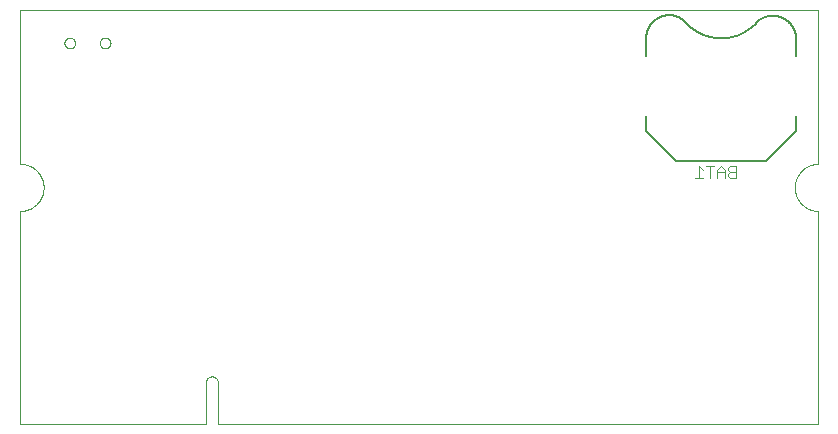
<source format=gbo>
G75*
%MOIN*%
%OFA0B0*%
%FSLAX25Y25*%
%IPPOS*%
%LPD*%
%AMOC8*
5,1,8,0,0,1.08239X$1,22.5*
%
%ADD10C,0.00800*%
%ADD11C,0.00300*%
%ADD12C,0.00000*%
D10*
X0213750Y0102500D02*
X0213750Y0107500D01*
X0213750Y0102500D02*
X0223750Y0092500D01*
X0253750Y0092500D01*
X0263750Y0102500D01*
X0263750Y0107500D01*
X0263750Y0127500D02*
X0263750Y0133500D01*
X0263751Y0133500D02*
X0263739Y0133693D01*
X0263723Y0133885D01*
X0263703Y0134076D01*
X0263677Y0134267D01*
X0263647Y0134458D01*
X0263612Y0134647D01*
X0263573Y0134836D01*
X0263529Y0135024D01*
X0263481Y0135210D01*
X0263428Y0135395D01*
X0263370Y0135579D01*
X0263308Y0135762D01*
X0263241Y0135943D01*
X0263171Y0136122D01*
X0263095Y0136299D01*
X0263016Y0136475D01*
X0262932Y0136648D01*
X0262844Y0136820D01*
X0262752Y0136989D01*
X0262655Y0137156D01*
X0262555Y0137320D01*
X0262450Y0137482D01*
X0262342Y0137641D01*
X0262230Y0137798D01*
X0262114Y0137952D01*
X0261994Y0138103D01*
X0261871Y0138251D01*
X0261744Y0138396D01*
X0261613Y0138538D01*
X0261479Y0138676D01*
X0261342Y0138811D01*
X0261201Y0138943D01*
X0261058Y0139072D01*
X0260911Y0139196D01*
X0260761Y0139318D01*
X0260608Y0139435D01*
X0260453Y0139549D01*
X0260294Y0139659D01*
X0260133Y0139765D01*
X0259970Y0139867D01*
X0259804Y0139965D01*
X0259636Y0140058D01*
X0259465Y0140148D01*
X0259292Y0140234D01*
X0259118Y0140315D01*
X0258941Y0140392D01*
X0258762Y0140464D01*
X0258582Y0140533D01*
X0258400Y0140596D01*
X0258217Y0140656D01*
X0258032Y0140711D01*
X0257846Y0140761D01*
X0257659Y0140807D01*
X0257471Y0140848D01*
X0257282Y0140884D01*
X0257091Y0140916D01*
X0256901Y0140943D01*
X0256709Y0140966D01*
X0256517Y0140984D01*
X0256325Y0140997D01*
X0256133Y0141005D01*
X0255940Y0141009D01*
X0255747Y0141008D01*
X0255555Y0141002D01*
X0255362Y0140992D01*
X0255170Y0140976D01*
X0254978Y0140957D01*
X0254787Y0140932D01*
X0254597Y0140903D01*
X0254407Y0140869D01*
X0254218Y0140831D01*
X0254031Y0140788D01*
X0253844Y0140740D01*
X0253658Y0140688D01*
X0253474Y0140631D01*
X0253291Y0140570D01*
X0253110Y0140504D01*
X0252931Y0140434D01*
X0252753Y0140359D01*
X0252577Y0140281D01*
X0252403Y0140197D01*
X0252232Y0140110D01*
X0252062Y0140019D01*
X0251895Y0139923D01*
X0251730Y0139823D01*
X0251567Y0139720D01*
X0251407Y0139612D01*
X0251250Y0139500D01*
X0251001Y0139197D01*
X0250744Y0138899D01*
X0250480Y0138608D01*
X0250209Y0138324D01*
X0249931Y0138046D01*
X0249646Y0137776D01*
X0249355Y0137512D01*
X0249057Y0137256D01*
X0248753Y0137007D01*
X0248443Y0136765D01*
X0248128Y0136531D01*
X0247806Y0136305D01*
X0247480Y0136087D01*
X0247148Y0135877D01*
X0246811Y0135675D01*
X0246469Y0135482D01*
X0246122Y0135297D01*
X0245771Y0135120D01*
X0245416Y0134953D01*
X0245057Y0134794D01*
X0244694Y0134643D01*
X0244327Y0134502D01*
X0243957Y0134370D01*
X0243584Y0134247D01*
X0243208Y0134133D01*
X0242830Y0134028D01*
X0242449Y0133933D01*
X0242065Y0133847D01*
X0241680Y0133770D01*
X0241293Y0133703D01*
X0240904Y0133645D01*
X0240514Y0133597D01*
X0240123Y0133559D01*
X0239732Y0133530D01*
X0239339Y0133511D01*
X0238946Y0133501D01*
X0238554Y0133501D01*
X0238161Y0133511D01*
X0237768Y0133530D01*
X0237377Y0133559D01*
X0236986Y0133597D01*
X0236596Y0133645D01*
X0236207Y0133703D01*
X0235820Y0133770D01*
X0235435Y0133847D01*
X0235051Y0133933D01*
X0234670Y0134028D01*
X0234292Y0134133D01*
X0233916Y0134247D01*
X0233543Y0134370D01*
X0233173Y0134502D01*
X0232806Y0134643D01*
X0232443Y0134794D01*
X0232084Y0134953D01*
X0231729Y0135120D01*
X0231378Y0135297D01*
X0231031Y0135482D01*
X0230689Y0135675D01*
X0230352Y0135877D01*
X0230020Y0136087D01*
X0229694Y0136305D01*
X0229372Y0136531D01*
X0229057Y0136765D01*
X0228747Y0137007D01*
X0228443Y0137256D01*
X0228145Y0137512D01*
X0227854Y0137776D01*
X0227569Y0138046D01*
X0227291Y0138324D01*
X0227020Y0138608D01*
X0226756Y0138899D01*
X0226499Y0139197D01*
X0226250Y0139500D01*
X0226102Y0139616D01*
X0225951Y0139728D01*
X0225798Y0139836D01*
X0225642Y0139941D01*
X0225483Y0140042D01*
X0225322Y0140138D01*
X0225159Y0140231D01*
X0224994Y0140320D01*
X0224826Y0140405D01*
X0224657Y0140486D01*
X0224485Y0140562D01*
X0224312Y0140635D01*
X0224137Y0140703D01*
X0223960Y0140767D01*
X0223782Y0140826D01*
X0223602Y0140881D01*
X0223422Y0140932D01*
X0223239Y0140978D01*
X0223056Y0141020D01*
X0222872Y0141057D01*
X0222687Y0141090D01*
X0222502Y0141118D01*
X0222315Y0141142D01*
X0222129Y0141161D01*
X0221941Y0141176D01*
X0221754Y0141186D01*
X0221566Y0141191D01*
X0221378Y0141192D01*
X0221190Y0141188D01*
X0221003Y0141180D01*
X0220815Y0141167D01*
X0220628Y0141149D01*
X0220442Y0141127D01*
X0220256Y0141101D01*
X0220071Y0141069D01*
X0219886Y0141034D01*
X0219703Y0140994D01*
X0219520Y0140949D01*
X0219339Y0140900D01*
X0219159Y0140846D01*
X0218980Y0140789D01*
X0218803Y0140726D01*
X0218628Y0140660D01*
X0218454Y0140589D01*
X0218281Y0140514D01*
X0218111Y0140435D01*
X0217943Y0140352D01*
X0217777Y0140264D01*
X0217613Y0140173D01*
X0217451Y0140077D01*
X0217291Y0139978D01*
X0217135Y0139875D01*
X0216980Y0139768D01*
X0216829Y0139657D01*
X0216680Y0139542D01*
X0216534Y0139424D01*
X0216390Y0139303D01*
X0216250Y0139178D01*
X0216113Y0139049D01*
X0215979Y0138918D01*
X0215849Y0138783D01*
X0215721Y0138645D01*
X0215598Y0138503D01*
X0215477Y0138359D01*
X0215360Y0138212D01*
X0215247Y0138062D01*
X0215138Y0137910D01*
X0215032Y0137755D01*
X0214930Y0137597D01*
X0214832Y0137437D01*
X0214738Y0137274D01*
X0214648Y0137109D01*
X0214562Y0136942D01*
X0214480Y0136773D01*
X0214402Y0136602D01*
X0214328Y0136430D01*
X0214259Y0136255D01*
X0214194Y0136079D01*
X0214133Y0135901D01*
X0214077Y0135722D01*
X0214025Y0135541D01*
X0213977Y0135360D01*
X0213934Y0135177D01*
X0213896Y0134993D01*
X0213861Y0134808D01*
X0213832Y0134623D01*
X0213807Y0134437D01*
X0213786Y0134250D01*
X0213770Y0134063D01*
X0213759Y0133876D01*
X0213752Y0133688D01*
X0213750Y0133500D01*
X0213750Y0127500D01*
D11*
X0231316Y0090728D02*
X0231316Y0087025D01*
X0230082Y0087025D02*
X0232551Y0087025D01*
X0234999Y0087025D02*
X0234999Y0090728D01*
X0233765Y0090728D02*
X0236234Y0090728D01*
X0237448Y0089494D02*
X0237448Y0087025D01*
X0237448Y0088877D02*
X0239917Y0088877D01*
X0239917Y0089494D02*
X0238682Y0090728D01*
X0237448Y0089494D01*
X0239917Y0089494D02*
X0239917Y0087025D01*
X0241131Y0087642D02*
X0241748Y0087025D01*
X0243600Y0087025D01*
X0243600Y0090728D01*
X0241748Y0090728D01*
X0241131Y0090111D01*
X0241131Y0089494D01*
X0241748Y0088877D01*
X0243600Y0088877D01*
X0241748Y0088877D02*
X0241131Y0088259D01*
X0241131Y0087642D01*
X0232551Y0089494D02*
X0231316Y0090728D01*
D12*
X0005000Y0075866D02*
X0005000Y0005000D01*
X0067008Y0005000D01*
X0067008Y0018780D01*
X0067007Y0018780D02*
X0067009Y0018867D01*
X0067015Y0018954D01*
X0067024Y0019041D01*
X0067038Y0019127D01*
X0067055Y0019212D01*
X0067076Y0019297D01*
X0067101Y0019380D01*
X0067129Y0019463D01*
X0067161Y0019544D01*
X0067197Y0019623D01*
X0067236Y0019701D01*
X0067278Y0019777D01*
X0067324Y0019851D01*
X0067373Y0019923D01*
X0067425Y0019993D01*
X0067480Y0020060D01*
X0067538Y0020125D01*
X0067599Y0020188D01*
X0067663Y0020247D01*
X0067729Y0020304D01*
X0067798Y0020357D01*
X0067869Y0020408D01*
X0067942Y0020455D01*
X0068017Y0020500D01*
X0068094Y0020540D01*
X0068172Y0020578D01*
X0068253Y0020611D01*
X0068334Y0020642D01*
X0068417Y0020668D01*
X0068502Y0020691D01*
X0068587Y0020710D01*
X0068672Y0020725D01*
X0068759Y0020737D01*
X0068845Y0020745D01*
X0068932Y0020749D01*
X0069020Y0020749D01*
X0069107Y0020745D01*
X0069193Y0020737D01*
X0069280Y0020725D01*
X0069365Y0020710D01*
X0069450Y0020691D01*
X0069535Y0020668D01*
X0069618Y0020642D01*
X0069699Y0020611D01*
X0069780Y0020578D01*
X0069858Y0020540D01*
X0069935Y0020500D01*
X0070010Y0020455D01*
X0070083Y0020408D01*
X0070154Y0020357D01*
X0070223Y0020304D01*
X0070289Y0020247D01*
X0070353Y0020188D01*
X0070414Y0020125D01*
X0070472Y0020060D01*
X0070527Y0019993D01*
X0070579Y0019923D01*
X0070628Y0019851D01*
X0070674Y0019777D01*
X0070716Y0019701D01*
X0070755Y0019623D01*
X0070791Y0019544D01*
X0070823Y0019463D01*
X0070851Y0019380D01*
X0070876Y0019297D01*
X0070897Y0019212D01*
X0070914Y0019127D01*
X0070928Y0019041D01*
X0070937Y0018954D01*
X0070943Y0018867D01*
X0070945Y0018780D01*
X0070945Y0005000D01*
X0271142Y0005000D01*
X0271142Y0075866D01*
X0270950Y0075868D01*
X0270759Y0075875D01*
X0270567Y0075887D01*
X0270376Y0075903D01*
X0270186Y0075924D01*
X0269996Y0075950D01*
X0269806Y0075980D01*
X0269618Y0076015D01*
X0269430Y0076054D01*
X0269243Y0076098D01*
X0269058Y0076147D01*
X0268874Y0076200D01*
X0268691Y0076257D01*
X0268509Y0076319D01*
X0268329Y0076386D01*
X0268151Y0076456D01*
X0267974Y0076531D01*
X0267800Y0076611D01*
X0267627Y0076694D01*
X0267457Y0076782D01*
X0267288Y0076873D01*
X0267122Y0076969D01*
X0266959Y0077069D01*
X0266797Y0077173D01*
X0266639Y0077281D01*
X0266483Y0077392D01*
X0266330Y0077508D01*
X0266179Y0077627D01*
X0266032Y0077749D01*
X0265888Y0077876D01*
X0265746Y0078005D01*
X0265608Y0078138D01*
X0265473Y0078275D01*
X0265342Y0078415D01*
X0265214Y0078557D01*
X0265090Y0078703D01*
X0264969Y0078852D01*
X0264852Y0079004D01*
X0264738Y0079158D01*
X0264628Y0079316D01*
X0264523Y0079476D01*
X0264421Y0079638D01*
X0264323Y0079803D01*
X0264229Y0079970D01*
X0264139Y0080140D01*
X0264054Y0080311D01*
X0263972Y0080485D01*
X0263895Y0080660D01*
X0263822Y0080838D01*
X0263754Y0081017D01*
X0263690Y0081198D01*
X0263630Y0081380D01*
X0263575Y0081563D01*
X0263524Y0081748D01*
X0263478Y0081934D01*
X0263436Y0082122D01*
X0263399Y0082310D01*
X0263366Y0082499D01*
X0263339Y0082688D01*
X0263315Y0082879D01*
X0263297Y0083070D01*
X0263283Y0083261D01*
X0263273Y0083452D01*
X0263269Y0083644D01*
X0263269Y0083836D01*
X0263273Y0084028D01*
X0263283Y0084219D01*
X0263297Y0084410D01*
X0263315Y0084601D01*
X0263339Y0084792D01*
X0263366Y0084981D01*
X0263399Y0085170D01*
X0263436Y0085358D01*
X0263478Y0085546D01*
X0263524Y0085732D01*
X0263575Y0085917D01*
X0263630Y0086100D01*
X0263690Y0086282D01*
X0263754Y0086463D01*
X0263822Y0086642D01*
X0263895Y0086820D01*
X0263972Y0086995D01*
X0264054Y0087169D01*
X0264139Y0087340D01*
X0264229Y0087510D01*
X0264323Y0087677D01*
X0264421Y0087842D01*
X0264523Y0088004D01*
X0264628Y0088164D01*
X0264738Y0088322D01*
X0264852Y0088476D01*
X0264969Y0088628D01*
X0265090Y0088777D01*
X0265214Y0088923D01*
X0265342Y0089065D01*
X0265473Y0089205D01*
X0265608Y0089342D01*
X0265746Y0089475D01*
X0265888Y0089604D01*
X0266032Y0089731D01*
X0266179Y0089853D01*
X0266330Y0089972D01*
X0266483Y0090088D01*
X0266639Y0090199D01*
X0266797Y0090307D01*
X0266959Y0090411D01*
X0267122Y0090511D01*
X0267288Y0090607D01*
X0267457Y0090698D01*
X0267627Y0090786D01*
X0267800Y0090869D01*
X0267974Y0090949D01*
X0268151Y0091024D01*
X0268329Y0091094D01*
X0268509Y0091161D01*
X0268691Y0091223D01*
X0268874Y0091280D01*
X0269058Y0091333D01*
X0269243Y0091382D01*
X0269430Y0091426D01*
X0269618Y0091465D01*
X0269806Y0091500D01*
X0269996Y0091530D01*
X0270186Y0091556D01*
X0270376Y0091577D01*
X0270567Y0091593D01*
X0270759Y0091605D01*
X0270950Y0091612D01*
X0271142Y0091614D01*
X0271142Y0142795D01*
X0005000Y0142795D01*
X0005000Y0091614D01*
X0005192Y0091612D01*
X0005383Y0091605D01*
X0005575Y0091593D01*
X0005766Y0091577D01*
X0005956Y0091556D01*
X0006146Y0091530D01*
X0006336Y0091500D01*
X0006524Y0091465D01*
X0006712Y0091426D01*
X0006899Y0091382D01*
X0007084Y0091333D01*
X0007268Y0091280D01*
X0007451Y0091223D01*
X0007633Y0091161D01*
X0007813Y0091094D01*
X0007991Y0091024D01*
X0008168Y0090949D01*
X0008342Y0090869D01*
X0008515Y0090786D01*
X0008685Y0090698D01*
X0008854Y0090607D01*
X0009020Y0090511D01*
X0009183Y0090411D01*
X0009345Y0090307D01*
X0009503Y0090199D01*
X0009659Y0090088D01*
X0009812Y0089972D01*
X0009963Y0089853D01*
X0010110Y0089731D01*
X0010254Y0089604D01*
X0010396Y0089475D01*
X0010534Y0089342D01*
X0010669Y0089205D01*
X0010800Y0089065D01*
X0010928Y0088923D01*
X0011052Y0088777D01*
X0011173Y0088628D01*
X0011290Y0088476D01*
X0011404Y0088322D01*
X0011514Y0088164D01*
X0011619Y0088004D01*
X0011721Y0087842D01*
X0011819Y0087677D01*
X0011913Y0087510D01*
X0012003Y0087340D01*
X0012088Y0087169D01*
X0012170Y0086995D01*
X0012247Y0086820D01*
X0012320Y0086642D01*
X0012388Y0086463D01*
X0012452Y0086282D01*
X0012512Y0086100D01*
X0012567Y0085917D01*
X0012618Y0085732D01*
X0012664Y0085546D01*
X0012706Y0085358D01*
X0012743Y0085170D01*
X0012776Y0084981D01*
X0012803Y0084792D01*
X0012827Y0084601D01*
X0012845Y0084410D01*
X0012859Y0084219D01*
X0012869Y0084028D01*
X0012873Y0083836D01*
X0012873Y0083644D01*
X0012869Y0083452D01*
X0012859Y0083261D01*
X0012845Y0083070D01*
X0012827Y0082879D01*
X0012803Y0082688D01*
X0012776Y0082499D01*
X0012743Y0082310D01*
X0012706Y0082122D01*
X0012664Y0081934D01*
X0012618Y0081748D01*
X0012567Y0081563D01*
X0012512Y0081380D01*
X0012452Y0081198D01*
X0012388Y0081017D01*
X0012320Y0080838D01*
X0012247Y0080660D01*
X0012170Y0080485D01*
X0012088Y0080311D01*
X0012003Y0080140D01*
X0011913Y0079970D01*
X0011819Y0079803D01*
X0011721Y0079638D01*
X0011619Y0079476D01*
X0011514Y0079316D01*
X0011404Y0079158D01*
X0011290Y0079004D01*
X0011173Y0078852D01*
X0011052Y0078703D01*
X0010928Y0078557D01*
X0010800Y0078415D01*
X0010669Y0078275D01*
X0010534Y0078138D01*
X0010396Y0078005D01*
X0010254Y0077876D01*
X0010110Y0077749D01*
X0009963Y0077627D01*
X0009812Y0077508D01*
X0009659Y0077392D01*
X0009503Y0077281D01*
X0009345Y0077173D01*
X0009183Y0077069D01*
X0009020Y0076969D01*
X0008854Y0076873D01*
X0008685Y0076782D01*
X0008515Y0076694D01*
X0008342Y0076611D01*
X0008168Y0076531D01*
X0007991Y0076456D01*
X0007813Y0076386D01*
X0007633Y0076319D01*
X0007451Y0076257D01*
X0007268Y0076200D01*
X0007084Y0076147D01*
X0006899Y0076098D01*
X0006712Y0076054D01*
X0006524Y0076015D01*
X0006336Y0075980D01*
X0006146Y0075950D01*
X0005956Y0075924D01*
X0005766Y0075903D01*
X0005575Y0075887D01*
X0005383Y0075875D01*
X0005192Y0075868D01*
X0005000Y0075866D01*
X0019822Y0131875D02*
X0019824Y0131959D01*
X0019830Y0132042D01*
X0019840Y0132125D01*
X0019854Y0132208D01*
X0019871Y0132290D01*
X0019893Y0132371D01*
X0019918Y0132450D01*
X0019947Y0132529D01*
X0019980Y0132606D01*
X0020016Y0132681D01*
X0020056Y0132755D01*
X0020099Y0132827D01*
X0020146Y0132896D01*
X0020196Y0132963D01*
X0020249Y0133028D01*
X0020305Y0133090D01*
X0020363Y0133150D01*
X0020425Y0133207D01*
X0020489Y0133260D01*
X0020556Y0133311D01*
X0020625Y0133358D01*
X0020696Y0133403D01*
X0020769Y0133443D01*
X0020844Y0133480D01*
X0020921Y0133514D01*
X0020999Y0133544D01*
X0021078Y0133570D01*
X0021159Y0133593D01*
X0021241Y0133611D01*
X0021323Y0133626D01*
X0021406Y0133637D01*
X0021489Y0133644D01*
X0021573Y0133647D01*
X0021657Y0133646D01*
X0021740Y0133641D01*
X0021824Y0133632D01*
X0021906Y0133619D01*
X0021988Y0133603D01*
X0022069Y0133582D01*
X0022150Y0133558D01*
X0022228Y0133530D01*
X0022306Y0133498D01*
X0022382Y0133462D01*
X0022456Y0133423D01*
X0022528Y0133381D01*
X0022598Y0133335D01*
X0022666Y0133286D01*
X0022731Y0133234D01*
X0022794Y0133179D01*
X0022854Y0133121D01*
X0022912Y0133060D01*
X0022966Y0132996D01*
X0023018Y0132930D01*
X0023066Y0132862D01*
X0023111Y0132791D01*
X0023152Y0132718D01*
X0023191Y0132644D01*
X0023225Y0132568D01*
X0023256Y0132490D01*
X0023283Y0132411D01*
X0023307Y0132330D01*
X0023326Y0132249D01*
X0023342Y0132167D01*
X0023354Y0132084D01*
X0023362Y0132000D01*
X0023366Y0131917D01*
X0023366Y0131833D01*
X0023362Y0131750D01*
X0023354Y0131666D01*
X0023342Y0131583D01*
X0023326Y0131501D01*
X0023307Y0131420D01*
X0023283Y0131339D01*
X0023256Y0131260D01*
X0023225Y0131182D01*
X0023191Y0131106D01*
X0023152Y0131032D01*
X0023111Y0130959D01*
X0023066Y0130888D01*
X0023018Y0130820D01*
X0022966Y0130754D01*
X0022912Y0130690D01*
X0022854Y0130629D01*
X0022794Y0130571D01*
X0022731Y0130516D01*
X0022666Y0130464D01*
X0022598Y0130415D01*
X0022528Y0130369D01*
X0022456Y0130327D01*
X0022382Y0130288D01*
X0022306Y0130252D01*
X0022228Y0130220D01*
X0022150Y0130192D01*
X0022069Y0130168D01*
X0021988Y0130147D01*
X0021906Y0130131D01*
X0021824Y0130118D01*
X0021740Y0130109D01*
X0021657Y0130104D01*
X0021573Y0130103D01*
X0021489Y0130106D01*
X0021406Y0130113D01*
X0021323Y0130124D01*
X0021241Y0130139D01*
X0021159Y0130157D01*
X0021078Y0130180D01*
X0020999Y0130206D01*
X0020921Y0130236D01*
X0020844Y0130270D01*
X0020769Y0130307D01*
X0020696Y0130347D01*
X0020625Y0130392D01*
X0020556Y0130439D01*
X0020489Y0130490D01*
X0020425Y0130543D01*
X0020363Y0130600D01*
X0020305Y0130660D01*
X0020249Y0130722D01*
X0020196Y0130787D01*
X0020146Y0130854D01*
X0020099Y0130923D01*
X0020056Y0130995D01*
X0020016Y0131069D01*
X0019980Y0131144D01*
X0019947Y0131221D01*
X0019918Y0131300D01*
X0019893Y0131379D01*
X0019871Y0131460D01*
X0019854Y0131542D01*
X0019840Y0131625D01*
X0019830Y0131708D01*
X0019824Y0131791D01*
X0019822Y0131875D01*
X0031634Y0131875D02*
X0031636Y0131959D01*
X0031642Y0132042D01*
X0031652Y0132125D01*
X0031666Y0132208D01*
X0031683Y0132290D01*
X0031705Y0132371D01*
X0031730Y0132450D01*
X0031759Y0132529D01*
X0031792Y0132606D01*
X0031828Y0132681D01*
X0031868Y0132755D01*
X0031911Y0132827D01*
X0031958Y0132896D01*
X0032008Y0132963D01*
X0032061Y0133028D01*
X0032117Y0133090D01*
X0032175Y0133150D01*
X0032237Y0133207D01*
X0032301Y0133260D01*
X0032368Y0133311D01*
X0032437Y0133358D01*
X0032508Y0133403D01*
X0032581Y0133443D01*
X0032656Y0133480D01*
X0032733Y0133514D01*
X0032811Y0133544D01*
X0032890Y0133570D01*
X0032971Y0133593D01*
X0033053Y0133611D01*
X0033135Y0133626D01*
X0033218Y0133637D01*
X0033301Y0133644D01*
X0033385Y0133647D01*
X0033469Y0133646D01*
X0033552Y0133641D01*
X0033636Y0133632D01*
X0033718Y0133619D01*
X0033800Y0133603D01*
X0033881Y0133582D01*
X0033962Y0133558D01*
X0034040Y0133530D01*
X0034118Y0133498D01*
X0034194Y0133462D01*
X0034268Y0133423D01*
X0034340Y0133381D01*
X0034410Y0133335D01*
X0034478Y0133286D01*
X0034543Y0133234D01*
X0034606Y0133179D01*
X0034666Y0133121D01*
X0034724Y0133060D01*
X0034778Y0132996D01*
X0034830Y0132930D01*
X0034878Y0132862D01*
X0034923Y0132791D01*
X0034964Y0132718D01*
X0035003Y0132644D01*
X0035037Y0132568D01*
X0035068Y0132490D01*
X0035095Y0132411D01*
X0035119Y0132330D01*
X0035138Y0132249D01*
X0035154Y0132167D01*
X0035166Y0132084D01*
X0035174Y0132000D01*
X0035178Y0131917D01*
X0035178Y0131833D01*
X0035174Y0131750D01*
X0035166Y0131666D01*
X0035154Y0131583D01*
X0035138Y0131501D01*
X0035119Y0131420D01*
X0035095Y0131339D01*
X0035068Y0131260D01*
X0035037Y0131182D01*
X0035003Y0131106D01*
X0034964Y0131032D01*
X0034923Y0130959D01*
X0034878Y0130888D01*
X0034830Y0130820D01*
X0034778Y0130754D01*
X0034724Y0130690D01*
X0034666Y0130629D01*
X0034606Y0130571D01*
X0034543Y0130516D01*
X0034478Y0130464D01*
X0034410Y0130415D01*
X0034340Y0130369D01*
X0034268Y0130327D01*
X0034194Y0130288D01*
X0034118Y0130252D01*
X0034040Y0130220D01*
X0033962Y0130192D01*
X0033881Y0130168D01*
X0033800Y0130147D01*
X0033718Y0130131D01*
X0033636Y0130118D01*
X0033552Y0130109D01*
X0033469Y0130104D01*
X0033385Y0130103D01*
X0033301Y0130106D01*
X0033218Y0130113D01*
X0033135Y0130124D01*
X0033053Y0130139D01*
X0032971Y0130157D01*
X0032890Y0130180D01*
X0032811Y0130206D01*
X0032733Y0130236D01*
X0032656Y0130270D01*
X0032581Y0130307D01*
X0032508Y0130347D01*
X0032437Y0130392D01*
X0032368Y0130439D01*
X0032301Y0130490D01*
X0032237Y0130543D01*
X0032175Y0130600D01*
X0032117Y0130660D01*
X0032061Y0130722D01*
X0032008Y0130787D01*
X0031958Y0130854D01*
X0031911Y0130923D01*
X0031868Y0130995D01*
X0031828Y0131069D01*
X0031792Y0131144D01*
X0031759Y0131221D01*
X0031730Y0131300D01*
X0031705Y0131379D01*
X0031683Y0131460D01*
X0031666Y0131542D01*
X0031652Y0131625D01*
X0031642Y0131708D01*
X0031636Y0131791D01*
X0031634Y0131875D01*
M02*

</source>
